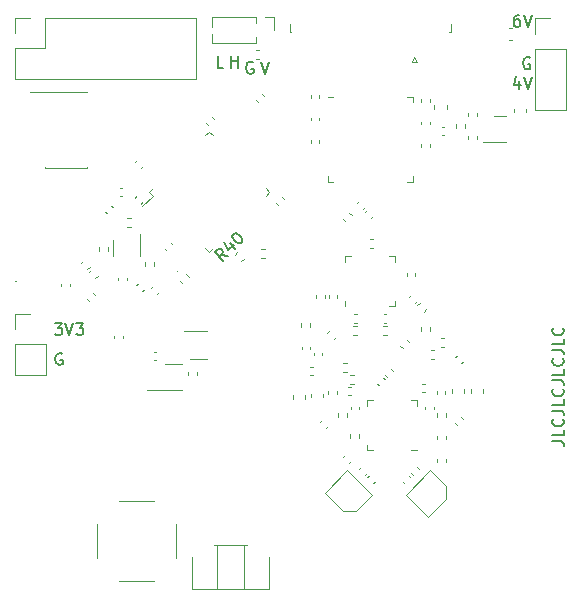
<source format=gbr>
%TF.GenerationSoftware,KiCad,Pcbnew,(6.0.4)*%
%TF.CreationDate,2023-05-27T00:51:03+09:00*%
%TF.ProjectId,RFB,5246422e-6b69-4636-9164-5f7063625858,rev?*%
%TF.SameCoordinates,Original*%
%TF.FileFunction,Legend,Top*%
%TF.FilePolarity,Positive*%
%FSLAX46Y46*%
G04 Gerber Fmt 4.6, Leading zero omitted, Abs format (unit mm)*
G04 Created by KiCad (PCBNEW (6.0.4)) date 2023-05-27 00:51:03*
%MOMM*%
%LPD*%
G01*
G04 APERTURE LIST*
%ADD10C,0.160000*%
%ADD11C,0.150000*%
%ADD12C,0.100000*%
%ADD13C,0.120000*%
G04 APERTURE END LIST*
D10*
X77254904Y-60231400D02*
X77159666Y-60183780D01*
X77016809Y-60183780D01*
X76873952Y-60231400D01*
X76778714Y-60326638D01*
X76731095Y-60421876D01*
X76683476Y-60612352D01*
X76683476Y-60755209D01*
X76731095Y-60945685D01*
X76778714Y-61040923D01*
X76873952Y-61136161D01*
X77016809Y-61183780D01*
X77112047Y-61183780D01*
X77254904Y-61136161D01*
X77302523Y-61088542D01*
X77302523Y-60755209D01*
X77112047Y-60755209D01*
X76350142Y-62168114D02*
X76350142Y-62834780D01*
X76112047Y-61787161D02*
X75873952Y-62501447D01*
X76493000Y-62501447D01*
X76731095Y-61834780D02*
X77064428Y-62834780D01*
X77397761Y-61834780D01*
X76350142Y-56602380D02*
X76159666Y-56602380D01*
X76064428Y-56650000D01*
X76016809Y-56697619D01*
X75921571Y-56840476D01*
X75873952Y-57030952D01*
X75873952Y-57411904D01*
X75921571Y-57507142D01*
X75969190Y-57554761D01*
X76064428Y-57602380D01*
X76254904Y-57602380D01*
X76350142Y-57554761D01*
X76397761Y-57507142D01*
X76445380Y-57411904D01*
X76445380Y-57173809D01*
X76397761Y-57078571D01*
X76350142Y-57030952D01*
X76254904Y-56983333D01*
X76064428Y-56983333D01*
X75969190Y-57030952D01*
X75921571Y-57078571D01*
X75873952Y-57173809D01*
X76731095Y-56602380D02*
X77064428Y-57602380D01*
X77397761Y-56602380D01*
X37026057Y-82688180D02*
X37645104Y-82688180D01*
X37311771Y-83069133D01*
X37454628Y-83069133D01*
X37549866Y-83116752D01*
X37597485Y-83164371D01*
X37645104Y-83259609D01*
X37645104Y-83497704D01*
X37597485Y-83592942D01*
X37549866Y-83640561D01*
X37454628Y-83688180D01*
X37168914Y-83688180D01*
X37073676Y-83640561D01*
X37026057Y-83592942D01*
X37930819Y-82688180D02*
X38264152Y-83688180D01*
X38597485Y-82688180D01*
X38835580Y-82688180D02*
X39454628Y-82688180D01*
X39121295Y-83069133D01*
X39264152Y-83069133D01*
X39359390Y-83116752D01*
X39407009Y-83164371D01*
X39454628Y-83259609D01*
X39454628Y-83497704D01*
X39407009Y-83592942D01*
X39359390Y-83640561D01*
X39264152Y-83688180D01*
X38978438Y-83688180D01*
X38883200Y-83640561D01*
X38835580Y-83592942D01*
X54479866Y-60564780D02*
X54813200Y-61564780D01*
X55146533Y-60564780D01*
X51287323Y-61056780D02*
X50811133Y-61056780D01*
X50811133Y-60056780D01*
X79132180Y-92680847D02*
X79846466Y-92680847D01*
X79989323Y-92728466D01*
X80084561Y-92823704D01*
X80132180Y-92966561D01*
X80132180Y-93061800D01*
X80132180Y-91728466D02*
X80132180Y-92204657D01*
X79132180Y-92204657D01*
X80036942Y-90823704D02*
X80084561Y-90871323D01*
X80132180Y-91014180D01*
X80132180Y-91109419D01*
X80084561Y-91252276D01*
X79989323Y-91347514D01*
X79894085Y-91395133D01*
X79703609Y-91442752D01*
X79560752Y-91442752D01*
X79370276Y-91395133D01*
X79275038Y-91347514D01*
X79179800Y-91252276D01*
X79132180Y-91109419D01*
X79132180Y-91014180D01*
X79179800Y-90871323D01*
X79227419Y-90823704D01*
X79132180Y-90109419D02*
X79846466Y-90109419D01*
X79989323Y-90157038D01*
X80084561Y-90252276D01*
X80132180Y-90395133D01*
X80132180Y-90490371D01*
X80132180Y-89157038D02*
X80132180Y-89633228D01*
X79132180Y-89633228D01*
X80036942Y-88252276D02*
X80084561Y-88299895D01*
X80132180Y-88442752D01*
X80132180Y-88537990D01*
X80084561Y-88680847D01*
X79989323Y-88776085D01*
X79894085Y-88823704D01*
X79703609Y-88871323D01*
X79560752Y-88871323D01*
X79370276Y-88823704D01*
X79275038Y-88776085D01*
X79179800Y-88680847D01*
X79132180Y-88537990D01*
X79132180Y-88442752D01*
X79179800Y-88299895D01*
X79227419Y-88252276D01*
X79132180Y-87537990D02*
X79846466Y-87537990D01*
X79989323Y-87585609D01*
X80084561Y-87680847D01*
X80132180Y-87823704D01*
X80132180Y-87918942D01*
X80132180Y-86585609D02*
X80132180Y-87061800D01*
X79132180Y-87061800D01*
X80036942Y-85680847D02*
X80084561Y-85728466D01*
X80132180Y-85871323D01*
X80132180Y-85966561D01*
X80084561Y-86109419D01*
X79989323Y-86204657D01*
X79894085Y-86252276D01*
X79703609Y-86299895D01*
X79560752Y-86299895D01*
X79370276Y-86252276D01*
X79275038Y-86204657D01*
X79179800Y-86109419D01*
X79132180Y-85966561D01*
X79132180Y-85871323D01*
X79179800Y-85728466D01*
X79227419Y-85680847D01*
X79132180Y-84966561D02*
X79846466Y-84966561D01*
X79989323Y-85014180D01*
X80084561Y-85109419D01*
X80132180Y-85252276D01*
X80132180Y-85347514D01*
X80132180Y-84014180D02*
X80132180Y-84490371D01*
X79132180Y-84490371D01*
X80036942Y-83109419D02*
X80084561Y-83157038D01*
X80132180Y-83299895D01*
X80132180Y-83395133D01*
X80084561Y-83537990D01*
X79989323Y-83633228D01*
X79894085Y-83680847D01*
X79703609Y-83728466D01*
X79560752Y-83728466D01*
X79370276Y-83680847D01*
X79275038Y-83633228D01*
X79179800Y-83537990D01*
X79132180Y-83395133D01*
X79132180Y-83299895D01*
X79179800Y-83157038D01*
X79227419Y-83109419D01*
X51987485Y-61056780D02*
X51987485Y-60056780D01*
X51987485Y-60532971D02*
X52558914Y-60532971D01*
X52558914Y-61056780D02*
X52558914Y-60056780D01*
X53805104Y-60612400D02*
X53709866Y-60564780D01*
X53567009Y-60564780D01*
X53424152Y-60612400D01*
X53328914Y-60707638D01*
X53281295Y-60802876D01*
X53233676Y-60993352D01*
X53233676Y-61136209D01*
X53281295Y-61326685D01*
X53328914Y-61421923D01*
X53424152Y-61517161D01*
X53567009Y-61564780D01*
X53662247Y-61564780D01*
X53805104Y-61517161D01*
X53852723Y-61469542D01*
X53852723Y-61136209D01*
X53662247Y-61136209D01*
X37645104Y-85275800D02*
X37549866Y-85228180D01*
X37407009Y-85228180D01*
X37264152Y-85275800D01*
X37168914Y-85371038D01*
X37121295Y-85466276D01*
X37073676Y-85656752D01*
X37073676Y-85799609D01*
X37121295Y-85990085D01*
X37168914Y-86085323D01*
X37264152Y-86180561D01*
X37407009Y-86228180D01*
X37502247Y-86228180D01*
X37645104Y-86180561D01*
X37692723Y-86132942D01*
X37692723Y-85799609D01*
X37502247Y-85799609D01*
D11*
%TO.C,R40*%
X51692197Y-77010735D02*
X51119778Y-76909720D01*
X51288136Y-77414796D02*
X50581030Y-76707689D01*
X50850404Y-76438315D01*
X50951419Y-76404643D01*
X51018762Y-76404643D01*
X51119778Y-76438315D01*
X51220793Y-76539330D01*
X51254465Y-76640346D01*
X51254465Y-76707689D01*
X51220793Y-76808704D01*
X50951419Y-77078078D01*
X51826884Y-75933239D02*
X52298289Y-76404643D01*
X51389152Y-75832223D02*
X51725869Y-76505659D01*
X52163602Y-76067926D01*
X52096259Y-75192460D02*
X52163602Y-75125117D01*
X52264617Y-75091445D01*
X52331961Y-75091445D01*
X52432976Y-75125117D01*
X52601335Y-75226132D01*
X52769694Y-75394491D01*
X52870709Y-75562849D01*
X52904381Y-75663865D01*
X52904381Y-75731208D01*
X52870709Y-75832223D01*
X52803365Y-75899567D01*
X52702350Y-75933239D01*
X52635007Y-75933239D01*
X52533991Y-75899567D01*
X52365633Y-75798552D01*
X52197274Y-75630193D01*
X52096259Y-75461834D01*
X52062587Y-75360819D01*
X52062587Y-75293475D01*
X52096259Y-75192460D01*
D12*
%TO.C,U1*%
X33667400Y-79158800D02*
X33667400Y-79158800D01*
X33767400Y-79158800D02*
X33767400Y-79158800D01*
X33667400Y-79158800D02*
G75*
G03*
X33767400Y-79158800I50000J0D01*
G01*
X33767400Y-79158800D02*
G75*
G03*
X33667400Y-79158800I-50000J0D01*
G01*
D13*
%TO.C,R9*%
X43460641Y-74548000D02*
X43153359Y-74548000D01*
X43460641Y-73788000D02*
X43153359Y-73788000D01*
%TO.C,C74*%
X61441990Y-94030293D02*
X61594493Y-93877790D01*
X61951107Y-94539410D02*
X62103610Y-94386907D01*
%TO.C,C31*%
X44059282Y-79348990D02*
X43906779Y-79501493D01*
X44568399Y-79858107D02*
X44415896Y-80010610D01*
%TO.C,C65*%
X68372936Y-88548800D02*
X68157264Y-88548800D01*
X68372936Y-87828800D02*
X68157264Y-87828800D01*
%TO.C,C12*%
X72014700Y-64939564D02*
X72014700Y-65155236D01*
X72734700Y-64939564D02*
X72734700Y-65155236D01*
%TO.C,C57*%
X60219000Y-80333964D02*
X60219000Y-80549636D01*
X60939000Y-80333964D02*
X60939000Y-80549636D01*
%TO.C,U11*%
X49770602Y-66790087D02*
X50088800Y-66471889D01*
X55194111Y-71577200D02*
X54875913Y-71259002D01*
X45301687Y-71895398D02*
X44389519Y-72807566D01*
X50088800Y-66471889D02*
X50406998Y-66790087D01*
X54875913Y-71895398D02*
X55194111Y-71577200D01*
X44983489Y-71577200D02*
X45301687Y-71895398D01*
X50406998Y-76364313D02*
X50088800Y-76682511D01*
X45301687Y-71259002D02*
X44983489Y-71577200D01*
X50088800Y-76682511D02*
X49770602Y-76364313D01*
%TO.C,R6*%
X44654200Y-77519559D02*
X44654200Y-77826841D01*
X45414200Y-77519559D02*
X45414200Y-77826841D01*
%TO.C,C35*%
X58695000Y-63392164D02*
X58695000Y-63607836D01*
X59415000Y-63392164D02*
X59415000Y-63607836D01*
%TO.C,C36*%
X58695000Y-65297164D02*
X58695000Y-65512836D01*
X59415000Y-65297164D02*
X59415000Y-65512836D01*
%TO.C,C61*%
X62915293Y-94893790D02*
X62762790Y-95046293D01*
X63424410Y-95402907D02*
X63271907Y-95555410D01*
%TO.C,C72*%
X60888200Y-88436564D02*
X60888200Y-88652236D01*
X60168200Y-88436564D02*
X60168200Y-88652236D01*
%TO.C,R53*%
X48140660Y-78565859D02*
X48357941Y-78783140D01*
X47603259Y-79103260D02*
X47820540Y-79320541D01*
%TO.C,R71*%
X72754700Y-67129441D02*
X72754700Y-66822159D01*
X71994700Y-67129441D02*
X71994700Y-66822159D01*
%TO.C,J8*%
X36233400Y-69554400D02*
X39763400Y-69554400D01*
X36233400Y-69489400D02*
X36233400Y-69554400D01*
X36233400Y-63084400D02*
X36233400Y-63149400D01*
X36233400Y-63084400D02*
X39763400Y-63084400D01*
X34908400Y-63149400D02*
X36233400Y-63149400D01*
X39763400Y-69489400D02*
X39763400Y-69554400D01*
X39763400Y-63084400D02*
X39763400Y-63149400D01*
%TO.C,R62*%
X39438540Y-77397459D02*
X39221259Y-77614740D01*
X39975941Y-77934860D02*
X39758660Y-78152141D01*
%TO.C,J9*%
X33620400Y-83230800D02*
X33620400Y-81900800D01*
X33620400Y-87100800D02*
X36280400Y-87100800D01*
X33620400Y-84500800D02*
X33620400Y-87100800D01*
X33620400Y-81900800D02*
X34950400Y-81900800D01*
X36280400Y-84500800D02*
X36280400Y-87100800D01*
X33620400Y-84500800D02*
X36280400Y-84500800D01*
%TO.C,R12*%
X60637460Y-84044941D02*
X60854741Y-83827660D01*
X60100059Y-83507540D02*
X60317340Y-83290259D01*
%TO.C,C15*%
X42083400Y-83762964D02*
X42083400Y-83978636D01*
X42803400Y-83762964D02*
X42803400Y-83978636D01*
%TO.C,R11*%
X61625440Y-74088141D02*
X61408159Y-73870860D01*
X62162841Y-73550740D02*
X61945560Y-73333459D01*
%TO.C,C78*%
X66823000Y-78670036D02*
X66823000Y-78454364D01*
X67543000Y-78670036D02*
X67543000Y-78454364D01*
%TO.C,U22*%
X46329600Y-86164400D02*
X47829600Y-86164400D01*
X44829600Y-88384400D02*
X47829600Y-88384400D01*
%TO.C,C33*%
X75730980Y-57706800D02*
X75449820Y-57706800D01*
X75730980Y-58726800D02*
X75449820Y-58726800D01*
%TO.C,R39*%
X54481759Y-77189600D02*
X54789041Y-77189600D01*
X54481759Y-76429600D02*
X54789041Y-76429600D01*
%TO.C,R25*%
X61748641Y-86030800D02*
X61441359Y-86030800D01*
X61748641Y-86790800D02*
X61441359Y-86790800D01*
%TO.C,C40*%
X63284710Y-72898507D02*
X63132207Y-73051010D01*
X62775593Y-72389390D02*
X62623090Y-72541893D01*
%TO.C,U12*%
X49899800Y-83371200D02*
X47999800Y-83371200D01*
X48499800Y-85691200D02*
X49899800Y-85691200D01*
%TO.C,C44*%
X68049800Y-67758736D02*
X68049800Y-67543064D01*
X68769800Y-67758736D02*
X68769800Y-67543064D01*
%TO.C,C56*%
X62376164Y-82656000D02*
X62591836Y-82656000D01*
X62376164Y-81936000D02*
X62591836Y-81936000D01*
%TO.C,C143*%
X45408964Y-85111000D02*
X45624636Y-85111000D01*
X45408964Y-85831000D02*
X45624636Y-85831000D01*
%TO.C,C54*%
X69983236Y-84713400D02*
X69767564Y-84713400D01*
X69983236Y-83993400D02*
X69767564Y-83993400D01*
%TO.C,C6*%
X41274390Y-73254107D02*
X41426893Y-73406610D01*
X41783507Y-72744990D02*
X41936010Y-72897493D01*
%TO.C,C45*%
X68049800Y-63733064D02*
X68049800Y-63948736D01*
X68769800Y-63733064D02*
X68769800Y-63948736D01*
%TO.C,R14*%
X68807600Y-83364041D02*
X68807600Y-83056759D01*
X68047600Y-83364041D02*
X68047600Y-83056759D01*
%TO.C,C101*%
X46328990Y-76378307D02*
X46481493Y-76530810D01*
X46838107Y-75869190D02*
X46990610Y-76021693D01*
%TO.C,R40*%
X52814260Y-77440941D02*
X53031541Y-77223660D01*
X52276859Y-76903540D02*
X52494140Y-76686259D01*
%TO.C,C41*%
X63945110Y-73660507D02*
X63792607Y-73813010D01*
X63435993Y-73151390D02*
X63283490Y-73303893D01*
%TO.C,R70*%
X71738700Y-66168241D02*
X71738700Y-65860959D01*
X70978700Y-66168241D02*
X70978700Y-65860959D01*
%TO.C,C2*%
X42538764Y-71962600D02*
X42754436Y-71962600D01*
X42538764Y-71242600D02*
X42754436Y-71242600D01*
%TO.C,C58*%
X67055390Y-80466693D02*
X67207893Y-80314190D01*
X67564507Y-80975810D02*
X67717010Y-80823307D01*
%TO.C,C50*%
X58858036Y-86381000D02*
X58642364Y-86381000D01*
X58858036Y-87101000D02*
X58642364Y-87101000D01*
%TO.C,C47*%
X63722364Y-75611400D02*
X63938036Y-75611400D01*
X63722364Y-76331400D02*
X63938036Y-76331400D01*
%TO.C,C16*%
X43108200Y-79076436D02*
X43108200Y-78860764D01*
X42388200Y-79076436D02*
X42388200Y-78860764D01*
%TO.C,C75*%
X64865364Y-81936000D02*
X65081036Y-81936000D01*
X64865364Y-82656000D02*
X65081036Y-82656000D01*
%TO.C,IC9*%
X73255800Y-67366200D02*
X75255800Y-67366200D01*
X74255800Y-65146200D02*
X75255800Y-65146200D01*
%TO.C,C129*%
X49051800Y-86836364D02*
X49051800Y-87052036D01*
X48331800Y-86836364D02*
X48331800Y-87052036D01*
%TO.C,C10*%
X59638693Y-90880590D02*
X59486190Y-91033093D01*
X60147810Y-91389707D02*
X59995307Y-91542210D01*
%TO.C,C66*%
X62073200Y-89789364D02*
X62073200Y-90005036D01*
X62793200Y-89789364D02*
X62793200Y-90005036D01*
%TO.C,C71*%
X69388400Y-94418036D02*
X69388400Y-94202364D01*
X70108400Y-94418036D02*
X70108400Y-94202364D01*
%TO.C,L3*%
X72235600Y-88605579D02*
X72235600Y-88280021D01*
X73255600Y-88605579D02*
X73255600Y-88280021D01*
%TO.C,L2*%
X58218800Y-89113579D02*
X58218800Y-88788021D01*
X57198800Y-89113579D02*
X57198800Y-88788021D01*
%TO.C,C55*%
X69119636Y-84984000D02*
X68903964Y-84984000D01*
X69119636Y-85704000D02*
X68903964Y-85704000D01*
%TO.C,J7*%
X36220400Y-56836000D02*
X48980400Y-56836000D01*
X36220400Y-59436000D02*
X36220400Y-56836000D01*
X33620400Y-62036000D02*
X48980400Y-62036000D01*
X33620400Y-59436000D02*
X36220400Y-59436000D01*
X33620400Y-56836000D02*
X34950400Y-56836000D01*
X33620400Y-58166000D02*
X33620400Y-56836000D01*
X33620400Y-62036000D02*
X33620400Y-59436000D01*
X48980400Y-62036000D02*
X48980400Y-56836000D01*
%TO.C,FL2*%
X66743578Y-97235666D02*
X68829543Y-95149701D01*
X68829543Y-95149701D02*
X70137691Y-96457849D01*
X68617411Y-99109499D02*
X66743578Y-97235666D01*
X70137691Y-96457849D02*
X70137691Y-97589219D01*
X70137691Y-97589219D02*
X68617411Y-99109499D01*
%TO.C,C64*%
X64308458Y-87806317D02*
X64460961Y-87958820D01*
X64817575Y-87297200D02*
X64970078Y-87449703D01*
%TO.C,R28*%
X70128400Y-90295759D02*
X70128400Y-90603041D01*
X69368400Y-90295759D02*
X69368400Y-90603041D01*
%TO.C,C63*%
X65688499Y-86731282D02*
X65535996Y-86578779D01*
X65179382Y-87240399D02*
X65026879Y-87087896D01*
%TO.C,L1*%
X59768200Y-88986579D02*
X59768200Y-88661021D01*
X58748200Y-88986579D02*
X58748200Y-88661021D01*
%TO.C,C120*%
X75867800Y-64834380D02*
X75867800Y-64553220D01*
X76887800Y-64834380D02*
X76887800Y-64553220D01*
%TO.C,C95*%
X55736201Y-72501318D02*
X55888704Y-72653821D01*
X56245318Y-71992201D02*
X56397821Y-72144704D01*
%TO.C,R19*%
X64844959Y-82932000D02*
X65152241Y-82932000D01*
X64844959Y-83692000D02*
X65152241Y-83692000D01*
%TO.C,C60*%
X67844010Y-95046293D02*
X67691507Y-94893790D01*
X67334893Y-95555410D02*
X67182390Y-95402907D01*
%TO.C,C62*%
X63473990Y-95757493D02*
X63626493Y-95604990D01*
X63983107Y-96266610D02*
X64135610Y-96114107D01*
%TO.C,U8*%
X63959100Y-89232400D02*
X63484100Y-89232400D01*
X67229100Y-93452400D02*
X67704100Y-93452400D01*
X63484100Y-89232400D02*
X63484100Y-89707400D01*
X67704100Y-89232400D02*
X67704100Y-89707400D01*
X67229100Y-89232400D02*
X67704100Y-89232400D01*
X63959100Y-93452400D02*
X63484100Y-93452400D01*
X63484100Y-93452400D02*
X63484100Y-92977400D01*
%TO.C,R8*%
X40124340Y-78159459D02*
X39907059Y-78376740D01*
X40661741Y-78696860D02*
X40444460Y-78914141D01*
%TO.C,R24*%
X62025559Y-87806800D02*
X62332841Y-87806800D01*
X62025559Y-87046800D02*
X62332841Y-87046800D01*
%TO.C,U3*%
X61618600Y-77511400D02*
X61618600Y-77036400D01*
X61618600Y-77036400D02*
X62093600Y-77036400D01*
X61618600Y-80781400D02*
X61618600Y-81256400D01*
X65838600Y-80781400D02*
X65838600Y-81256400D01*
X65838600Y-77511400D02*
X65838600Y-77036400D01*
X65838600Y-81256400D02*
X65363600Y-81256400D01*
X65838600Y-77036400D02*
X65363600Y-77036400D01*
%TO.C,J6*%
X77664000Y-59486800D02*
X80324000Y-59486800D01*
X77664000Y-59486800D02*
X77664000Y-64626800D01*
X80324000Y-59486800D02*
X80324000Y-64626800D01*
X77664000Y-58216800D02*
X77664000Y-56886800D01*
X77664000Y-56886800D02*
X78994000Y-56886800D01*
X77664000Y-64626800D02*
X80324000Y-64626800D01*
%TO.C,C14*%
X45685896Y-80197621D02*
X45838399Y-80045118D01*
X45176779Y-79688504D02*
X45329282Y-79536001D01*
D12*
%TO.C,D1*%
X47404346Y-78316946D02*
G75*
G03*
X47404346Y-78316946I-50000J0D01*
G01*
D13*
%TO.C,C94*%
X43830579Y-69045904D02*
X43983082Y-68893401D01*
X44339696Y-69555021D02*
X44492199Y-69402518D01*
%TO.C,J3*%
X47297000Y-99695400D02*
X47297000Y-102595400D01*
X42492000Y-97790400D02*
X45392000Y-97790400D01*
X40587000Y-99695400D02*
X40587000Y-102595400D01*
X42492000Y-104500400D02*
X45392000Y-104500400D01*
%TO.C,R13*%
X58673000Y-83008441D02*
X58673000Y-82701159D01*
X57913000Y-83008441D02*
X57913000Y-82701159D01*
%TO.C,RV1*%
X55176800Y-105194600D02*
X48636800Y-105194600D01*
X53026800Y-105194600D02*
X50786800Y-105194600D01*
X53026800Y-101453600D02*
X53026800Y-105194600D01*
X53026800Y-101453600D02*
X50786800Y-101453600D01*
X55176800Y-102499600D02*
X55176800Y-105194600D01*
X48636800Y-102499600D02*
X48636800Y-105194600D01*
X53340800Y-101453600D02*
X50471800Y-101453600D01*
X50786800Y-101453600D02*
X50786800Y-105194600D01*
%TO.C,C18*%
X40453599Y-80305082D02*
X40301096Y-80152579D01*
X39944482Y-80814199D02*
X39791979Y-80661696D01*
%TO.C,C51*%
X71094093Y-85444990D02*
X70941590Y-85597493D01*
X71603210Y-85954107D02*
X71450707Y-86106610D01*
%TO.C,L4*%
X71706200Y-88605579D02*
X71706200Y-88280021D01*
X70686200Y-88605579D02*
X70686200Y-88280021D01*
%TO.C,C130*%
X69780264Y-66806400D02*
X69995936Y-66806400D01*
X69780264Y-66086400D02*
X69995936Y-66086400D01*
%TO.C,R17*%
X59943000Y-80288159D02*
X59943000Y-80595441D01*
X59183000Y-80288159D02*
X59183000Y-80595441D01*
%TO.C,C100*%
X50012093Y-65939010D02*
X49859590Y-65786507D01*
X50521210Y-65429893D02*
X50368707Y-65277390D01*
%TO.C,C53*%
X58653000Y-84893036D02*
X58653000Y-84677364D01*
X57933000Y-84893036D02*
X57933000Y-84677364D01*
%TO.C,U5*%
X41918400Y-75627000D02*
X41918400Y-77027000D01*
X44238400Y-77027000D02*
X44238400Y-75127000D01*
%TO.C,C37*%
X58695000Y-67202164D02*
X58695000Y-67417836D01*
X59415000Y-67202164D02*
X59415000Y-67417836D01*
%TO.C,C80*%
X38307600Y-79584436D02*
X38307600Y-79368764D01*
X37587600Y-79584436D02*
X37587600Y-79368764D01*
%TO.C,C67*%
X62083836Y-88082800D02*
X61868164Y-88082800D01*
X62083836Y-88802800D02*
X61868164Y-88802800D01*
%TO.C,C139*%
X69174900Y-64529580D02*
X69174900Y-64248420D01*
X70194900Y-64529580D02*
X70194900Y-64248420D01*
%TO.C,IC3*%
X66871200Y-63532900D02*
X67346200Y-63532900D01*
X67346200Y-63532900D02*
X67346200Y-64007900D01*
X66871200Y-70752900D02*
X67346200Y-70752900D01*
X67346200Y-70752900D02*
X67346200Y-70277900D01*
X60601200Y-70752900D02*
X60126200Y-70752900D01*
X60601200Y-63532900D02*
X60126200Y-63532900D01*
X60126200Y-70752900D02*
X60126200Y-70277900D01*
%TO.C,C92*%
X54311436Y-59609400D02*
X54095764Y-59609400D01*
X54311436Y-60329400D02*
X54095764Y-60329400D01*
%TO.C,R27*%
X62027800Y-92073759D02*
X62027800Y-92381041D01*
X62787800Y-92073759D02*
X62787800Y-92381041D01*
%TO.C,C46*%
X68769800Y-65635464D02*
X68769800Y-65851136D01*
X68049800Y-65635464D02*
X68049800Y-65851136D01*
%TO.C,R29*%
X61771800Y-90295759D02*
X61771800Y-90603041D01*
X61011800Y-90295759D02*
X61011800Y-90603041D01*
%TO.C,C52*%
X59669000Y-85401036D02*
X59669000Y-85185364D01*
X58949000Y-85401036D02*
X58949000Y-85185364D01*
%TO.C,C59*%
X66471190Y-96114107D02*
X66623693Y-96266610D01*
X66980307Y-95604990D02*
X67132810Y-95757493D01*
%TO.C,C73*%
X69375700Y-88436564D02*
X69375700Y-88652236D01*
X70095700Y-88436564D02*
X70095700Y-88652236D01*
%TO.C,R10*%
X41502600Y-76272959D02*
X41502600Y-76580241D01*
X40742600Y-76272959D02*
X40742600Y-76580241D01*
%TO.C,R16*%
X62304959Y-83692000D02*
X62612241Y-83692000D01*
X62304959Y-82932000D02*
X62612241Y-82932000D01*
%TO.C,C93*%
X43932282Y-71966801D02*
X43779779Y-72119304D01*
X44441399Y-72475918D02*
X44288896Y-72628421D01*
%TO.C,FL3*%
X62571551Y-98560291D02*
X61440181Y-98560291D01*
X59919901Y-97040011D02*
X61793734Y-95166178D01*
X61793734Y-95166178D02*
X63879699Y-97252143D01*
X61440181Y-98560291D02*
X59919901Y-97040011D01*
X63879699Y-97252143D02*
X62571551Y-98560291D01*
%TO.C,C68*%
X68383700Y-89789364D02*
X68383700Y-90005036D01*
X69103700Y-89789364D02*
X69103700Y-90005036D01*
%TO.C,C48*%
X71603210Y-90779093D02*
X71450707Y-90626590D01*
X71094093Y-91288210D02*
X70941590Y-91135707D01*
%TO.C,R18*%
X68257460Y-81733541D02*
X68474741Y-81516260D01*
X67720059Y-81196140D02*
X67937340Y-80978859D01*
%TO.C,J5*%
X54053200Y-58996600D02*
X50308200Y-58996600D01*
X55573200Y-56776600D02*
X55573200Y-57886600D01*
X54053200Y-56776600D02*
X54053200Y-57323129D01*
X50308200Y-58194130D02*
X50308200Y-58996600D01*
X54813200Y-56776600D02*
X55573200Y-56776600D01*
X54053200Y-56776600D02*
X50308200Y-56776600D01*
X50308200Y-56776600D02*
X50308200Y-57579070D01*
X54053200Y-58450071D02*
X54053200Y-58996600D01*
%TO.C,R26*%
X70128400Y-92226159D02*
X70128400Y-92533441D01*
X69368400Y-92226159D02*
X69368400Y-92533441D01*
%TO.C,J4*%
X67278600Y-60595600D02*
X67678600Y-60595600D01*
X70553600Y-58005600D02*
X70553600Y-57405600D01*
X57013600Y-58005600D02*
X56903600Y-58005600D01*
X56903600Y-58005600D02*
X56903600Y-57405600D01*
X67678600Y-60595600D02*
X67478600Y-60195600D01*
X67478600Y-60195600D02*
X67278600Y-60595600D01*
X70443600Y-58005600D02*
X70553600Y-58005600D01*
%TO.C,R15*%
X67031965Y-84299964D02*
X66814684Y-84082683D01*
X66494564Y-84837365D02*
X66277283Y-84620084D01*
%TO.C,C91*%
X54101390Y-63779907D02*
X54253893Y-63932410D01*
X54610507Y-63270790D02*
X54763010Y-63423293D01*
%TD*%
M02*

</source>
